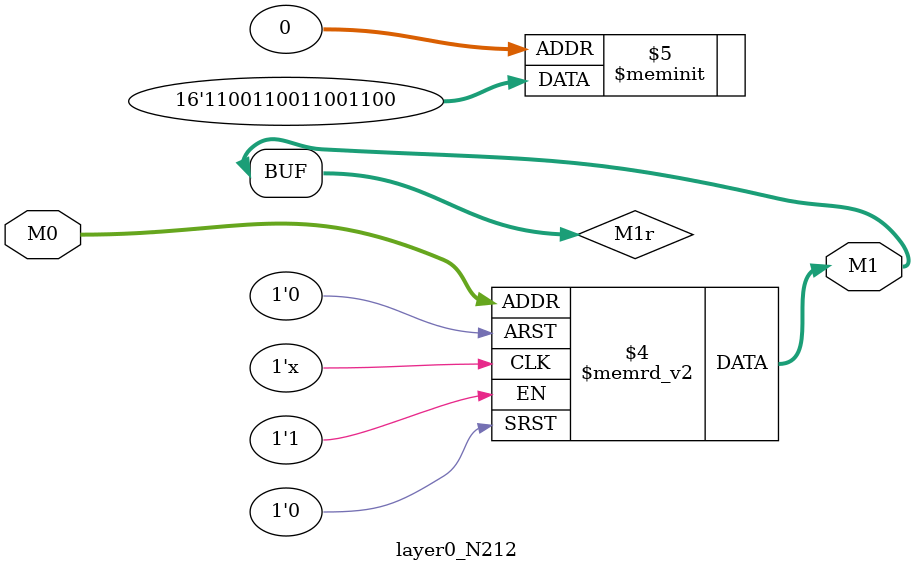
<source format=v>
module layer0_N212 ( input [2:0] M0, output [1:0] M1 );

	(*rom_style = "distributed" *) reg [1:0] M1r;
	assign M1 = M1r;
	always @ (M0) begin
		case (M0)
			3'b000: M1r = 2'b00;
			3'b100: M1r = 2'b00;
			3'b010: M1r = 2'b00;
			3'b110: M1r = 2'b00;
			3'b001: M1r = 2'b11;
			3'b101: M1r = 2'b11;
			3'b011: M1r = 2'b11;
			3'b111: M1r = 2'b11;

		endcase
	end
endmodule

</source>
